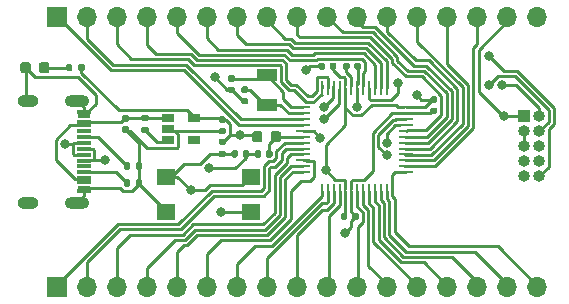
<source format=gtl>
%TF.GenerationSoftware,KiCad,Pcbnew,5.1.9+dfsg1-1*%
%TF.CreationDate,2022-01-14T18:57:29-05:00*%
%TF.ProjectId,samd21g17d,73616d64-3231-4673-9137-642e6b696361,rev?*%
%TF.SameCoordinates,Original*%
%TF.FileFunction,Copper,L1,Top*%
%TF.FilePolarity,Positive*%
%FSLAX46Y46*%
G04 Gerber Fmt 4.6, Leading zero omitted, Abs format (unit mm)*
G04 Created by KiCad (PCBNEW 5.1.9+dfsg1-1) date 2022-01-14 18:57:29*
%MOMM*%
%LPD*%
G01*
G04 APERTURE LIST*
%TA.AperFunction,SMDPad,CuDef*%
%ADD10R,1.800000X1.000000*%
%TD*%
%TA.AperFunction,SMDPad,CuDef*%
%ADD11R,1.060000X0.650000*%
%TD*%
%TA.AperFunction,SMDPad,CuDef*%
%ADD12R,0.250000X1.300000*%
%TD*%
%TA.AperFunction,SMDPad,CuDef*%
%ADD13R,1.300000X0.250000*%
%TD*%
%TA.AperFunction,SMDPad,CuDef*%
%ADD14R,1.600000X1.400000*%
%TD*%
%TA.AperFunction,ComponentPad*%
%ADD15O,1.000000X1.000000*%
%TD*%
%TA.AperFunction,ComponentPad*%
%ADD16R,1.000000X1.000000*%
%TD*%
%TA.AperFunction,ComponentPad*%
%ADD17O,1.700000X1.700000*%
%TD*%
%TA.AperFunction,ComponentPad*%
%ADD18R,1.700000X1.700000*%
%TD*%
%TA.AperFunction,SMDPad,CuDef*%
%ADD19R,1.150000X0.300000*%
%TD*%
%TA.AperFunction,SMDPad,CuDef*%
%ADD20R,1.086500X0.300000*%
%TD*%
%TA.AperFunction,ComponentPad*%
%ADD21O,1.800000X1.000000*%
%TD*%
%TA.AperFunction,ComponentPad*%
%ADD22O,2.100000X1.000000*%
%TD*%
%TA.AperFunction,ViaPad*%
%ADD23C,0.800000*%
%TD*%
%TA.AperFunction,Conductor*%
%ADD24C,0.250000*%
%TD*%
G04 APERTURE END LIST*
D10*
%TO.P,Y1,2*%
%TO.N,XOUT32*%
X101536500Y-81133000D03*
%TO.P,Y1,1*%
%TO.N,XIN32*%
X101536500Y-78633000D03*
%TD*%
D11*
%TO.P,U2,5*%
%TO.N,+3V3*%
X95397500Y-82235000D03*
%TO.P,U2,4*%
%TO.N,Net-(U2-Pad4)*%
X95397500Y-84135000D03*
%TO.P,U2,3*%
%TO.N,Net-(R4-Pad1)*%
X93197500Y-84135000D03*
%TO.P,U2,2*%
%TO.N,GND*%
X93197500Y-83185000D03*
%TO.P,U2,1*%
%TO.N,VDD*%
X93197500Y-82235000D03*
%TD*%
D12*
%TO.P,U1,48*%
%TO.N,PB03*%
X106216000Y-79724000D03*
%TO.P,U1,47*%
%TO.N,PB02*%
X106716000Y-79724000D03*
%TO.P,U1,46*%
%TO.N,SWDIO*%
X107216000Y-79724000D03*
%TO.P,U1,45*%
%TO.N,SWCLK*%
X107716000Y-79724000D03*
%TO.P,U1,44*%
%TO.N,+3V3*%
X108216000Y-79724000D03*
%TO.P,U1,43*%
%TO.N,Net-(C7-Pad1)*%
X108716000Y-79724000D03*
%TO.P,U1,42*%
%TO.N,GND*%
X109216000Y-79724000D03*
%TO.P,U1,41*%
%TO.N,PA28*%
X109716000Y-79724000D03*
%TO.P,U1,40*%
%TO.N,RESET*%
X110216000Y-79724000D03*
%TO.P,U1,39*%
%TO.N,PA27*%
X110716000Y-79724000D03*
%TO.P,U1,38*%
%TO.N,PB23*%
X111216000Y-79724000D03*
%TO.P,U1,37*%
%TO.N,PB22*%
X111716000Y-79724000D03*
D13*
%TO.P,U1,36*%
%TO.N,+3V3*%
X113316000Y-81324000D03*
%TO.P,U1,35*%
%TO.N,GND*%
X113316000Y-81824000D03*
%TO.P,U1,34*%
%TO.N,D+*%
X113316000Y-82324000D03*
%TO.P,U1,33*%
%TO.N,D-*%
X113316000Y-82824000D03*
%TO.P,U1,32*%
%TO.N,PA23*%
X113316000Y-83324000D03*
%TO.P,U1,31*%
%TO.N,PA22*%
X113316000Y-83824000D03*
%TO.P,U1,30*%
%TO.N,PA21*%
X113316000Y-84324000D03*
%TO.P,U1,29*%
%TO.N,PA20*%
X113316000Y-84824000D03*
%TO.P,U1,28*%
%TO.N,PA19*%
X113316000Y-85324000D03*
%TO.P,U1,27*%
%TO.N,PA18*%
X113316000Y-85824000D03*
%TO.P,U1,26*%
%TO.N,PA17*%
X113316000Y-86324000D03*
%TO.P,U1,25*%
%TO.N,PA16*%
X113316000Y-86824000D03*
D12*
%TO.P,U1,24*%
%TO.N,PA15*%
X111716000Y-88424000D03*
%TO.P,U1,23*%
%TO.N,PA14*%
X111216000Y-88424000D03*
%TO.P,U1,22*%
%TO.N,PA13*%
X110716000Y-88424000D03*
%TO.P,U1,21*%
%TO.N,PA12*%
X110216000Y-88424000D03*
%TO.P,U1,20*%
%TO.N,PB11*%
X109716000Y-88424000D03*
%TO.P,U1,19*%
%TO.N,PB10*%
X109216000Y-88424000D03*
%TO.P,U1,18*%
%TO.N,GND*%
X108716000Y-88424000D03*
%TO.P,U1,17*%
%TO.N,+3V3*%
X108216000Y-88424000D03*
%TO.P,U1,16*%
%TO.N,PA11*%
X107716000Y-88424000D03*
%TO.P,U1,15*%
%TO.N,PA10*%
X107216000Y-88424000D03*
%TO.P,U1,14*%
%TO.N,PA09*%
X106716000Y-88424000D03*
%TO.P,U1,13*%
%TO.N,PA08*%
X106216000Y-88424000D03*
D13*
%TO.P,U1,12*%
%TO.N,PA07*%
X104616000Y-86824000D03*
%TO.P,U1,11*%
%TO.N,PA06*%
X104616000Y-86324000D03*
%TO.P,U1,10*%
%TO.N,PA05*%
X104616000Y-85824000D03*
%TO.P,U1,9*%
%TO.N,PA04*%
X104616000Y-85324000D03*
%TO.P,U1,8*%
%TO.N,PB09*%
X104616000Y-84824000D03*
%TO.P,U1,7*%
%TO.N,PB08*%
X104616000Y-84324000D03*
%TO.P,U1,6*%
%TO.N,VDDA*%
X104616000Y-83824000D03*
%TO.P,U1,5*%
%TO.N,GND*%
X104616000Y-83324000D03*
%TO.P,U1,4*%
%TO.N,PA03*%
X104616000Y-82824000D03*
%TO.P,U1,3*%
%TO.N,PA02*%
X104616000Y-82324000D03*
%TO.P,U1,2*%
%TO.N,XOUT32*%
X104616000Y-81824000D03*
%TO.P,U1,1*%
%TO.N,XIN32*%
X104616000Y-81324000D03*
%TD*%
D14*
%TO.P,RESET,2*%
%TO.N,GND*%
X100207000Y-90195500D03*
X93007000Y-90195500D03*
%TO.P,RESET,1*%
%TO.N,RESET*%
X100207000Y-87195500D03*
X93007000Y-87195500D03*
%TD*%
%TO.P,R5,2*%
%TO.N,RESET*%
%TA.AperFunction,SMDPad,CuDef*%
G36*
G01*
X97605000Y-85012500D02*
X97975000Y-85012500D01*
G75*
G02*
X98110000Y-85147500I0J-135000D01*
G01*
X98110000Y-85417500D01*
G75*
G02*
X97975000Y-85552500I-135000J0D01*
G01*
X97605000Y-85552500D01*
G75*
G02*
X97470000Y-85417500I0J135000D01*
G01*
X97470000Y-85147500D01*
G75*
G02*
X97605000Y-85012500I135000J0D01*
G01*
G37*
%TD.AperFunction*%
%TO.P,R5,1*%
%TO.N,+3V3*%
%TA.AperFunction,SMDPad,CuDef*%
G36*
G01*
X97605000Y-83992500D02*
X97975000Y-83992500D01*
G75*
G02*
X98110000Y-84127500I0J-135000D01*
G01*
X98110000Y-84397500D01*
G75*
G02*
X97975000Y-84532500I-135000J0D01*
G01*
X97605000Y-84532500D01*
G75*
G02*
X97470000Y-84397500I0J135000D01*
G01*
X97470000Y-84127500D01*
G75*
G02*
X97605000Y-83992500I135000J0D01*
G01*
G37*
%TD.AperFunction*%
%TD*%
%TO.P,R4,2*%
%TO.N,VDD*%
%TA.AperFunction,SMDPad,CuDef*%
G36*
G01*
X91434500Y-82500500D02*
X91064500Y-82500500D01*
G75*
G02*
X90929500Y-82365500I0J135000D01*
G01*
X90929500Y-82095500D01*
G75*
G02*
X91064500Y-81960500I135000J0D01*
G01*
X91434500Y-81960500D01*
G75*
G02*
X91569500Y-82095500I0J-135000D01*
G01*
X91569500Y-82365500D01*
G75*
G02*
X91434500Y-82500500I-135000J0D01*
G01*
G37*
%TD.AperFunction*%
%TO.P,R4,1*%
%TO.N,Net-(R4-Pad1)*%
%TA.AperFunction,SMDPad,CuDef*%
G36*
G01*
X91434500Y-83520500D02*
X91064500Y-83520500D01*
G75*
G02*
X90929500Y-83385500I0J135000D01*
G01*
X90929500Y-83115500D01*
G75*
G02*
X91064500Y-82980500I135000J0D01*
G01*
X91434500Y-82980500D01*
G75*
G02*
X91569500Y-83115500I0J-135000D01*
G01*
X91569500Y-83385500D01*
G75*
G02*
X91434500Y-83520500I-135000J0D01*
G01*
G37*
%TD.AperFunction*%
%TD*%
%TO.P,R3,2*%
%TO.N,Net-(D1-Pad2)*%
%TA.AperFunction,SMDPad,CuDef*%
G36*
G01*
X85104000Y-77793000D02*
X85104000Y-78163000D01*
G75*
G02*
X84969000Y-78298000I-135000J0D01*
G01*
X84699000Y-78298000D01*
G75*
G02*
X84564000Y-78163000I0J135000D01*
G01*
X84564000Y-77793000D01*
G75*
G02*
X84699000Y-77658000I135000J0D01*
G01*
X84969000Y-77658000D01*
G75*
G02*
X85104000Y-77793000I0J-135000D01*
G01*
G37*
%TD.AperFunction*%
%TO.P,R3,1*%
%TO.N,+3V3*%
%TA.AperFunction,SMDPad,CuDef*%
G36*
G01*
X86124000Y-77793000D02*
X86124000Y-78163000D01*
G75*
G02*
X85989000Y-78298000I-135000J0D01*
G01*
X85719000Y-78298000D01*
G75*
G02*
X85584000Y-78163000I0J135000D01*
G01*
X85584000Y-77793000D01*
G75*
G02*
X85719000Y-77658000I135000J0D01*
G01*
X85989000Y-77658000D01*
G75*
G02*
X86124000Y-77793000I0J-135000D01*
G01*
G37*
%TD.AperFunction*%
%TD*%
%TO.P,R2,2*%
%TO.N,GND*%
%TA.AperFunction,SMDPad,CuDef*%
G36*
G01*
X90475500Y-86481500D02*
X90475500Y-86111500D01*
G75*
G02*
X90610500Y-85976500I135000J0D01*
G01*
X90880500Y-85976500D01*
G75*
G02*
X91015500Y-86111500I0J-135000D01*
G01*
X91015500Y-86481500D01*
G75*
G02*
X90880500Y-86616500I-135000J0D01*
G01*
X90610500Y-86616500D01*
G75*
G02*
X90475500Y-86481500I0J135000D01*
G01*
G37*
%TD.AperFunction*%
%TO.P,R2,1*%
%TO.N,Net-(J1-PadA5)*%
%TA.AperFunction,SMDPad,CuDef*%
G36*
G01*
X89455500Y-86481500D02*
X89455500Y-86111500D01*
G75*
G02*
X89590500Y-85976500I135000J0D01*
G01*
X89860500Y-85976500D01*
G75*
G02*
X89995500Y-86111500I0J-135000D01*
G01*
X89995500Y-86481500D01*
G75*
G02*
X89860500Y-86616500I-135000J0D01*
G01*
X89590500Y-86616500D01*
G75*
G02*
X89455500Y-86481500I0J135000D01*
G01*
G37*
%TD.AperFunction*%
%TD*%
%TO.P,R1,2*%
%TO.N,GND*%
%TA.AperFunction,SMDPad,CuDef*%
G36*
G01*
X90473500Y-87942000D02*
X90473500Y-87572000D01*
G75*
G02*
X90608500Y-87437000I135000J0D01*
G01*
X90878500Y-87437000D01*
G75*
G02*
X91013500Y-87572000I0J-135000D01*
G01*
X91013500Y-87942000D01*
G75*
G02*
X90878500Y-88077000I-135000J0D01*
G01*
X90608500Y-88077000D01*
G75*
G02*
X90473500Y-87942000I0J135000D01*
G01*
G37*
%TD.AperFunction*%
%TO.P,R1,1*%
%TO.N,Net-(J1-PadB5)*%
%TA.AperFunction,SMDPad,CuDef*%
G36*
G01*
X89453500Y-87942000D02*
X89453500Y-87572000D01*
G75*
G02*
X89588500Y-87437000I135000J0D01*
G01*
X89858500Y-87437000D01*
G75*
G02*
X89993500Y-87572000I0J-135000D01*
G01*
X89993500Y-87942000D01*
G75*
G02*
X89858500Y-88077000I-135000J0D01*
G01*
X89588500Y-88077000D01*
G75*
G02*
X89453500Y-87942000I0J135000D01*
G01*
G37*
%TD.AperFunction*%
%TD*%
%TO.P,L1,2*%
%TO.N,VDDA*%
%TA.AperFunction,SMDPad,CuDef*%
G36*
G01*
X101886500Y-84076250D02*
X101886500Y-83563750D01*
G75*
G02*
X102105250Y-83345000I218750J0D01*
G01*
X102542750Y-83345000D01*
G75*
G02*
X102761500Y-83563750I0J-218750D01*
G01*
X102761500Y-84076250D01*
G75*
G02*
X102542750Y-84295000I-218750J0D01*
G01*
X102105250Y-84295000D01*
G75*
G02*
X101886500Y-84076250I0J218750D01*
G01*
G37*
%TD.AperFunction*%
%TO.P,L1,1*%
%TO.N,+3V3*%
%TA.AperFunction,SMDPad,CuDef*%
G36*
G01*
X100311500Y-84076250D02*
X100311500Y-83563750D01*
G75*
G02*
X100530250Y-83345000I218750J0D01*
G01*
X100967750Y-83345000D01*
G75*
G02*
X101186500Y-83563750I0J-218750D01*
G01*
X101186500Y-84076250D01*
G75*
G02*
X100967750Y-84295000I-218750J0D01*
G01*
X100530250Y-84295000D01*
G75*
G02*
X100311500Y-84076250I0J218750D01*
G01*
G37*
%TD.AperFunction*%
%TD*%
D15*
%TO.P,DEBUG,10*%
%TO.N,RESET*%
X124587000Y-87185500D03*
%TO.P,DEBUG,9*%
%TO.N,Net-(J4-Pad9)*%
X123317000Y-87185500D03*
%TO.P,DEBUG,8*%
%TO.N,Net-(J4-Pad8)*%
X124587000Y-85915500D03*
%TO.P,DEBUG,7*%
%TO.N,Net-(J4-Pad7)*%
X123317000Y-85915500D03*
%TO.P,DEBUG,6*%
%TO.N,Net-(J4-Pad6)*%
X124587000Y-84645500D03*
%TO.P,DEBUG,5*%
%TO.N,GND*%
X123317000Y-84645500D03*
%TO.P,DEBUG,4*%
%TO.N,SWCLK*%
X124587000Y-83375500D03*
%TO.P,DEBUG,3*%
%TO.N,GND*%
X123317000Y-83375500D03*
%TO.P,DEBUG,2*%
%TO.N,SWDIO*%
X124587000Y-82105500D03*
D16*
%TO.P,DEBUG,1*%
%TO.N,+3V3*%
X123317000Y-82105500D03*
%TD*%
D17*
%TO.P,J3,17*%
%TO.N,GND*%
X124460000Y-73660000D03*
%TO.P,J3,16*%
%TO.N,+3V3*%
X121920000Y-73660000D03*
%TO.P,J3,15*%
%TO.N,PA17*%
X119380000Y-73660000D03*
%TO.P,J3,14*%
%TO.N,PA18*%
X116840000Y-73660000D03*
%TO.P,J3,13*%
%TO.N,PA19*%
X114300000Y-73660000D03*
%TO.P,J3,12*%
%TO.N,PA20*%
X111760000Y-73660000D03*
%TO.P,J3,11*%
%TO.N,PA21*%
X109220000Y-73660000D03*
%TO.P,J3,10*%
%TO.N,PA22*%
X106680000Y-73660000D03*
%TO.P,J3,9*%
%TO.N,PA23*%
X104140000Y-73660000D03*
%TO.P,J3,8*%
%TO.N,PB22*%
X101600000Y-73660000D03*
%TO.P,J3,7*%
%TO.N,PB23*%
X99060000Y-73660000D03*
%TO.P,J3,6*%
%TO.N,PA27*%
X96520000Y-73660000D03*
%TO.P,J3,5*%
%TO.N,PA28*%
X93980000Y-73660000D03*
%TO.P,J3,4*%
%TO.N,PB02*%
X91440000Y-73660000D03*
%TO.P,J3,3*%
%TO.N,PB03*%
X88900000Y-73660000D03*
%TO.P,J3,2*%
%TO.N,PA02*%
X86360000Y-73660000D03*
D18*
%TO.P,J3,1*%
%TO.N,PA03*%
X83820000Y-73660000D03*
%TD*%
D17*
%TO.P,J2,17*%
%TO.N,PA16*%
X124460000Y-96520000D03*
%TO.P,J2,16*%
%TO.N,PA15*%
X121920000Y-96520000D03*
%TO.P,J2,15*%
%TO.N,PA14*%
X119380000Y-96520000D03*
%TO.P,J2,14*%
%TO.N,PA13*%
X116840000Y-96520000D03*
%TO.P,J2,13*%
%TO.N,PA12*%
X114300000Y-96520000D03*
%TO.P,J2,12*%
%TO.N,PB11*%
X111760000Y-96520000D03*
%TO.P,J2,11*%
%TO.N,PB10*%
X109220000Y-96520000D03*
%TO.P,J2,10*%
%TO.N,PA11*%
X106680000Y-96520000D03*
%TO.P,J2,9*%
%TO.N,PA10*%
X104140000Y-96520000D03*
%TO.P,J2,8*%
%TO.N,PA09*%
X101600000Y-96520000D03*
%TO.P,J2,7*%
%TO.N,PA08*%
X99060000Y-96520000D03*
%TO.P,J2,6*%
%TO.N,PA05*%
X96520000Y-96520000D03*
%TO.P,J2,5*%
%TO.N,PA07*%
X93980000Y-96520000D03*
%TO.P,J2,4*%
%TO.N,PA06*%
X91440000Y-96520000D03*
%TO.P,J2,3*%
%TO.N,PA04*%
X88900000Y-96520000D03*
%TO.P,J2,2*%
%TO.N,PB09*%
X86360000Y-96520000D03*
D18*
%TO.P,J2,1*%
%TO.N,PB08*%
X83820000Y-96520000D03*
%TD*%
D19*
%TO.P,J1,B1*%
%TO.N,GND*%
X86058000Y-88440000D03*
%TO.P,J1,B4*%
%TO.N,VDD*%
X86058000Y-87640000D03*
D20*
%TO.P,J1,B12*%
%TO.N,GND*%
X86089750Y-82040000D03*
D19*
%TO.P,J1,B9*%
%TO.N,VDD*%
X86058000Y-82840000D03*
D21*
%TO.P,J1,S1*%
%TO.N,GND*%
X81303000Y-89410000D03*
X81303000Y-80770000D03*
D22*
X85483000Y-80770000D03*
X85483000Y-89410000D03*
D19*
%TO.P,J1,B5*%
%TO.N,Net-(J1-PadB5)*%
X86058000Y-86840000D03*
%TO.P,J1,A8*%
%TO.N,Net-(J1-PadA8)*%
X86058000Y-86340000D03*
%TO.P,J1,B6*%
%TO.N,D+*%
X86058000Y-85840000D03*
%TO.P,J1,A7*%
%TO.N,D-*%
X86058000Y-85340000D03*
%TO.P,J1,A6*%
%TO.N,D+*%
X86058000Y-84840000D03*
%TO.P,J1,B7*%
%TO.N,D-*%
X86058000Y-84340000D03*
%TO.P,J1,A5*%
%TO.N,Net-(J1-PadA5)*%
X86058000Y-83840000D03*
%TO.P,J1,B8*%
%TO.N,Net-(J1-PadB8)*%
X86058000Y-83340000D03*
D20*
%TO.P,J1,A12*%
%TO.N,GND*%
X86089750Y-88140000D03*
D19*
%TO.P,J1,A9*%
%TO.N,VDD*%
X86058000Y-87340000D03*
%TO.P,J1,A4*%
X86058000Y-82540000D03*
%TO.P,J1,A1*%
%TO.N,GND*%
X86058000Y-81740000D03*
%TD*%
%TO.P,D1,2*%
%TO.N,Net-(D1-Pad2)*%
%TA.AperFunction,SMDPad,CuDef*%
G36*
G01*
X82265000Y-78234250D02*
X82265000Y-77721750D01*
G75*
G02*
X82483750Y-77503000I218750J0D01*
G01*
X82921250Y-77503000D01*
G75*
G02*
X83140000Y-77721750I0J-218750D01*
G01*
X83140000Y-78234250D01*
G75*
G02*
X82921250Y-78453000I-218750J0D01*
G01*
X82483750Y-78453000D01*
G75*
G02*
X82265000Y-78234250I0J218750D01*
G01*
G37*
%TD.AperFunction*%
%TO.P,D1,1*%
%TO.N,GND*%
%TA.AperFunction,SMDPad,CuDef*%
G36*
G01*
X80690000Y-78234250D02*
X80690000Y-77721750D01*
G75*
G02*
X80908750Y-77503000I218750J0D01*
G01*
X81346250Y-77503000D01*
G75*
G02*
X81565000Y-77721750I0J-218750D01*
G01*
X81565000Y-78234250D01*
G75*
G02*
X81346250Y-78453000I-218750J0D01*
G01*
X80908750Y-78453000D01*
G75*
G02*
X80690000Y-78234250I0J218750D01*
G01*
G37*
%TD.AperFunction*%
%TD*%
%TO.P,C10,2*%
%TO.N,GND*%
%TA.AperFunction,SMDPad,CuDef*%
G36*
G01*
X101082500Y-85110500D02*
X101082500Y-85450500D01*
G75*
G02*
X100942500Y-85590500I-140000J0D01*
G01*
X100662500Y-85590500D01*
G75*
G02*
X100522500Y-85450500I0J140000D01*
G01*
X100522500Y-85110500D01*
G75*
G02*
X100662500Y-84970500I140000J0D01*
G01*
X100942500Y-84970500D01*
G75*
G02*
X101082500Y-85110500I0J-140000D01*
G01*
G37*
%TD.AperFunction*%
%TO.P,C10,1*%
%TO.N,VDDA*%
%TA.AperFunction,SMDPad,CuDef*%
G36*
G01*
X102042500Y-85110500D02*
X102042500Y-85450500D01*
G75*
G02*
X101902500Y-85590500I-140000J0D01*
G01*
X101622500Y-85590500D01*
G75*
G02*
X101482500Y-85450500I0J140000D01*
G01*
X101482500Y-85110500D01*
G75*
G02*
X101622500Y-84970500I140000J0D01*
G01*
X101902500Y-84970500D01*
G75*
G02*
X102042500Y-85110500I0J-140000D01*
G01*
G37*
%TD.AperFunction*%
%TD*%
%TO.P,C9,2*%
%TO.N,GND*%
%TA.AperFunction,SMDPad,CuDef*%
G36*
G01*
X108785000Y-90721000D02*
X108785000Y-90381000D01*
G75*
G02*
X108925000Y-90241000I140000J0D01*
G01*
X109205000Y-90241000D01*
G75*
G02*
X109345000Y-90381000I0J-140000D01*
G01*
X109345000Y-90721000D01*
G75*
G02*
X109205000Y-90861000I-140000J0D01*
G01*
X108925000Y-90861000D01*
G75*
G02*
X108785000Y-90721000I0J140000D01*
G01*
G37*
%TD.AperFunction*%
%TO.P,C9,1*%
%TO.N,+3V3*%
%TA.AperFunction,SMDPad,CuDef*%
G36*
G01*
X107825000Y-90721000D02*
X107825000Y-90381000D01*
G75*
G02*
X107965000Y-90241000I140000J0D01*
G01*
X108245000Y-90241000D01*
G75*
G02*
X108385000Y-90381000I0J-140000D01*
G01*
X108385000Y-90721000D01*
G75*
G02*
X108245000Y-90861000I-140000J0D01*
G01*
X107965000Y-90861000D01*
G75*
G02*
X107825000Y-90721000I0J140000D01*
G01*
G37*
%TD.AperFunction*%
%TD*%
%TO.P,C8,2*%
%TO.N,GND*%
%TA.AperFunction,SMDPad,CuDef*%
G36*
G01*
X115527000Y-81353000D02*
X115867000Y-81353000D01*
G75*
G02*
X116007000Y-81493000I0J-140000D01*
G01*
X116007000Y-81773000D01*
G75*
G02*
X115867000Y-81913000I-140000J0D01*
G01*
X115527000Y-81913000D01*
G75*
G02*
X115387000Y-81773000I0J140000D01*
G01*
X115387000Y-81493000D01*
G75*
G02*
X115527000Y-81353000I140000J0D01*
G01*
G37*
%TD.AperFunction*%
%TO.P,C8,1*%
%TO.N,+3V3*%
%TA.AperFunction,SMDPad,CuDef*%
G36*
G01*
X115527000Y-80393000D02*
X115867000Y-80393000D01*
G75*
G02*
X116007000Y-80533000I0J-140000D01*
G01*
X116007000Y-80813000D01*
G75*
G02*
X115867000Y-80953000I-140000J0D01*
G01*
X115527000Y-80953000D01*
G75*
G02*
X115387000Y-80813000I0J140000D01*
G01*
X115387000Y-80533000D01*
G75*
G02*
X115527000Y-80393000I140000J0D01*
G01*
G37*
%TD.AperFunction*%
%TD*%
%TO.P,C7,2*%
%TO.N,GND*%
%TA.AperFunction,SMDPad,CuDef*%
G36*
G01*
X108975500Y-78021000D02*
X108975500Y-77681000D01*
G75*
G02*
X109115500Y-77541000I140000J0D01*
G01*
X109395500Y-77541000D01*
G75*
G02*
X109535500Y-77681000I0J-140000D01*
G01*
X109535500Y-78021000D01*
G75*
G02*
X109395500Y-78161000I-140000J0D01*
G01*
X109115500Y-78161000D01*
G75*
G02*
X108975500Y-78021000I0J140000D01*
G01*
G37*
%TD.AperFunction*%
%TO.P,C7,1*%
%TO.N,Net-(C7-Pad1)*%
%TA.AperFunction,SMDPad,CuDef*%
G36*
G01*
X108015500Y-78021000D02*
X108015500Y-77681000D01*
G75*
G02*
X108155500Y-77541000I140000J0D01*
G01*
X108435500Y-77541000D01*
G75*
G02*
X108575500Y-77681000I0J-140000D01*
G01*
X108575500Y-78021000D01*
G75*
G02*
X108435500Y-78161000I-140000J0D01*
G01*
X108155500Y-78161000D01*
G75*
G02*
X108015500Y-78021000I0J140000D01*
G01*
G37*
%TD.AperFunction*%
%TD*%
%TO.P,C6,2*%
%TO.N,GND*%
%TA.AperFunction,SMDPad,CuDef*%
G36*
G01*
X106480000Y-77681000D02*
X106480000Y-78021000D01*
G75*
G02*
X106340000Y-78161000I-140000J0D01*
G01*
X106060000Y-78161000D01*
G75*
G02*
X105920000Y-78021000I0J140000D01*
G01*
X105920000Y-77681000D01*
G75*
G02*
X106060000Y-77541000I140000J0D01*
G01*
X106340000Y-77541000D01*
G75*
G02*
X106480000Y-77681000I0J-140000D01*
G01*
G37*
%TD.AperFunction*%
%TO.P,C6,1*%
%TO.N,+3V3*%
%TA.AperFunction,SMDPad,CuDef*%
G36*
G01*
X107440000Y-77681000D02*
X107440000Y-78021000D01*
G75*
G02*
X107300000Y-78161000I-140000J0D01*
G01*
X107020000Y-78161000D01*
G75*
G02*
X106880000Y-78021000I0J140000D01*
G01*
X106880000Y-77681000D01*
G75*
G02*
X107020000Y-77541000I140000J0D01*
G01*
X107300000Y-77541000D01*
G75*
G02*
X107440000Y-77681000I0J-140000D01*
G01*
G37*
%TD.AperFunction*%
%TD*%
%TO.P,C5,2*%
%TO.N,GND*%
%TA.AperFunction,SMDPad,CuDef*%
G36*
G01*
X99514000Y-85450500D02*
X99514000Y-85110500D01*
G75*
G02*
X99654000Y-84970500I140000J0D01*
G01*
X99934000Y-84970500D01*
G75*
G02*
X100074000Y-85110500I0J-140000D01*
G01*
X100074000Y-85450500D01*
G75*
G02*
X99934000Y-85590500I-140000J0D01*
G01*
X99654000Y-85590500D01*
G75*
G02*
X99514000Y-85450500I0J140000D01*
G01*
G37*
%TD.AperFunction*%
%TO.P,C5,1*%
%TO.N,RESET*%
%TA.AperFunction,SMDPad,CuDef*%
G36*
G01*
X98554000Y-85450500D02*
X98554000Y-85110500D01*
G75*
G02*
X98694000Y-84970500I140000J0D01*
G01*
X98974000Y-84970500D01*
G75*
G02*
X99114000Y-85110500I0J-140000D01*
G01*
X99114000Y-85450500D01*
G75*
G02*
X98974000Y-85590500I-140000J0D01*
G01*
X98694000Y-85590500D01*
G75*
G02*
X98554000Y-85450500I0J140000D01*
G01*
G37*
%TD.AperFunction*%
%TD*%
%TO.P,C4,2*%
%TO.N,GND*%
%TA.AperFunction,SMDPad,CuDef*%
G36*
G01*
X97620000Y-83067500D02*
X97960000Y-83067500D01*
G75*
G02*
X98100000Y-83207500I0J-140000D01*
G01*
X98100000Y-83487500D01*
G75*
G02*
X97960000Y-83627500I-140000J0D01*
G01*
X97620000Y-83627500D01*
G75*
G02*
X97480000Y-83487500I0J140000D01*
G01*
X97480000Y-83207500D01*
G75*
G02*
X97620000Y-83067500I140000J0D01*
G01*
G37*
%TD.AperFunction*%
%TO.P,C4,1*%
%TO.N,+3V3*%
%TA.AperFunction,SMDPad,CuDef*%
G36*
G01*
X97620000Y-82107500D02*
X97960000Y-82107500D01*
G75*
G02*
X98100000Y-82247500I0J-140000D01*
G01*
X98100000Y-82527500D01*
G75*
G02*
X97960000Y-82667500I-140000J0D01*
G01*
X97620000Y-82667500D01*
G75*
G02*
X97480000Y-82527500I0J140000D01*
G01*
X97480000Y-82247500D01*
G75*
G02*
X97620000Y-82107500I140000J0D01*
G01*
G37*
%TD.AperFunction*%
%TD*%
%TO.P,C3,2*%
%TO.N,GND*%
%TA.AperFunction,SMDPad,CuDef*%
G36*
G01*
X89428500Y-82940500D02*
X89768500Y-82940500D01*
G75*
G02*
X89908500Y-83080500I0J-140000D01*
G01*
X89908500Y-83360500D01*
G75*
G02*
X89768500Y-83500500I-140000J0D01*
G01*
X89428500Y-83500500D01*
G75*
G02*
X89288500Y-83360500I0J140000D01*
G01*
X89288500Y-83080500D01*
G75*
G02*
X89428500Y-82940500I140000J0D01*
G01*
G37*
%TD.AperFunction*%
%TO.P,C3,1*%
%TO.N,VDD*%
%TA.AperFunction,SMDPad,CuDef*%
G36*
G01*
X89428500Y-81980500D02*
X89768500Y-81980500D01*
G75*
G02*
X89908500Y-82120500I0J-140000D01*
G01*
X89908500Y-82400500D01*
G75*
G02*
X89768500Y-82540500I-140000J0D01*
G01*
X89428500Y-82540500D01*
G75*
G02*
X89288500Y-82400500I0J140000D01*
G01*
X89288500Y-82120500D01*
G75*
G02*
X89428500Y-81980500I140000J0D01*
G01*
G37*
%TD.AperFunction*%
%TD*%
%TO.P,C2,2*%
%TO.N,GND*%
%TA.AperFunction,SMDPad,CuDef*%
G36*
G01*
X99525000Y-80527500D02*
X99865000Y-80527500D01*
G75*
G02*
X100005000Y-80667500I0J-140000D01*
G01*
X100005000Y-80947500D01*
G75*
G02*
X99865000Y-81087500I-140000J0D01*
G01*
X99525000Y-81087500D01*
G75*
G02*
X99385000Y-80947500I0J140000D01*
G01*
X99385000Y-80667500D01*
G75*
G02*
X99525000Y-80527500I140000J0D01*
G01*
G37*
%TD.AperFunction*%
%TO.P,C2,1*%
%TO.N,XOUT32*%
%TA.AperFunction,SMDPad,CuDef*%
G36*
G01*
X99525000Y-79567500D02*
X99865000Y-79567500D01*
G75*
G02*
X100005000Y-79707500I0J-140000D01*
G01*
X100005000Y-79987500D01*
G75*
G02*
X99865000Y-80127500I-140000J0D01*
G01*
X99525000Y-80127500D01*
G75*
G02*
X99385000Y-79987500I0J140000D01*
G01*
X99385000Y-79707500D01*
G75*
G02*
X99525000Y-79567500I140000J0D01*
G01*
G37*
%TD.AperFunction*%
%TD*%
%TO.P,C1,2*%
%TO.N,GND*%
%TA.AperFunction,SMDPad,CuDef*%
G36*
G01*
X98382000Y-79575000D02*
X98722000Y-79575000D01*
G75*
G02*
X98862000Y-79715000I0J-140000D01*
G01*
X98862000Y-79995000D01*
G75*
G02*
X98722000Y-80135000I-140000J0D01*
G01*
X98382000Y-80135000D01*
G75*
G02*
X98242000Y-79995000I0J140000D01*
G01*
X98242000Y-79715000D01*
G75*
G02*
X98382000Y-79575000I140000J0D01*
G01*
G37*
%TD.AperFunction*%
%TO.P,C1,1*%
%TO.N,XIN32*%
%TA.AperFunction,SMDPad,CuDef*%
G36*
G01*
X98382000Y-78615000D02*
X98722000Y-78615000D01*
G75*
G02*
X98862000Y-78755000I0J-140000D01*
G01*
X98862000Y-79035000D01*
G75*
G02*
X98722000Y-79175000I-140000J0D01*
G01*
X98382000Y-79175000D01*
G75*
G02*
X98242000Y-79035000I0J140000D01*
G01*
X98242000Y-78755000D01*
G75*
G02*
X98382000Y-78615000I140000J0D01*
G01*
G37*
%TD.AperFunction*%
%TD*%
D23*
%TO.N,GND*%
X109220000Y-81280000D03*
X104902000Y-78168500D03*
X96647000Y-86487000D03*
X108204000Y-91948000D03*
X106041011Y-83950989D03*
X97155000Y-78803500D03*
X97688500Y-90195500D03*
%TO.N,+3V3*%
X114236500Y-80264000D03*
X106553000Y-86677500D03*
X121602500Y-82105500D03*
X99250500Y-83693000D03*
%TO.N,RESET*%
X120396000Y-77025500D03*
X112649000Y-79311500D03*
X95123000Y-88328500D03*
%TO.N,D+*%
X111696500Y-85407500D03*
X87847001Y-85815001D03*
%TO.N,D-*%
X111696500Y-84328000D03*
X84429999Y-84429999D03*
%TO.N,SWCLK*%
X106426000Y-82359500D03*
X120396000Y-79438500D03*
%TO.N,SWDIO*%
X106426000Y-81280000D03*
X121475500Y-79438500D03*
%TD*%
D24*
%TO.N,GND*%
X98552000Y-79855000D02*
X98587500Y-79855000D01*
X98587500Y-79855000D02*
X99568000Y-80835500D01*
X109255500Y-77851000D02*
X109255500Y-79339500D01*
X98897500Y-86487000D02*
X96647000Y-86487000D01*
X99794000Y-85590500D02*
X98897500Y-86487000D01*
X99794000Y-85280500D02*
X99794000Y-85590500D01*
X108716000Y-88424000D02*
X108716000Y-90174000D01*
X108716000Y-90174000D02*
X109029500Y-90487500D01*
X105219500Y-77851000D02*
X104902000Y-78168500D01*
X106200000Y-77851000D02*
X105219500Y-77851000D01*
X113316000Y-81824000D02*
X115343500Y-81824000D01*
X115343500Y-81824000D02*
X115633500Y-81534000D01*
X123317000Y-84645500D02*
X123317000Y-83375500D01*
X99794000Y-85280500D02*
X100711000Y-85280500D01*
X97790000Y-83347500D02*
X93380500Y-83347500D01*
X93380500Y-83347500D02*
X93218000Y-83185000D01*
X105526001Y-83373999D02*
X106041011Y-83889009D01*
X104646499Y-83373999D02*
X105526001Y-83373999D01*
X104616000Y-83343500D02*
X104646499Y-83373999D01*
X104616000Y-83324000D02*
X104616000Y-83343500D01*
X106041011Y-83889009D02*
X106041011Y-83950989D01*
X109216000Y-81276000D02*
X109220000Y-81280000D01*
X109216000Y-79724000D02*
X109216000Y-81276000D01*
X110521489Y-83485689D02*
X110521489Y-86708989D01*
X112183178Y-81824000D02*
X110521489Y-83485689D01*
X113316000Y-81824000D02*
X112183178Y-81824000D01*
X110521489Y-86708989D02*
X110521489Y-86708989D01*
X110521489Y-86708989D02*
X109781479Y-87448999D01*
X89397956Y-88402010D02*
X90159990Y-88402010D01*
X89135946Y-88140000D02*
X89397956Y-88402010D01*
X86089750Y-88140000D02*
X89135946Y-88140000D01*
X90159990Y-88402010D02*
X90741500Y-87820500D01*
X90741500Y-87820500D02*
X92964000Y-90043000D01*
X90745500Y-86296500D02*
X90745500Y-87753000D01*
X90745500Y-86296500D02*
X90745500Y-84395500D01*
X90745500Y-84395500D02*
X89725500Y-83375500D01*
X94052501Y-83549999D02*
X93814502Y-83312000D01*
X94052501Y-84720001D02*
X94052501Y-83549999D01*
X93987501Y-84785001D02*
X94052501Y-84720001D01*
X91389001Y-84785001D02*
X93987501Y-84785001D01*
X89979500Y-83375500D02*
X91389001Y-84785001D01*
X89725500Y-83375500D02*
X89979500Y-83375500D01*
X93814502Y-83312000D02*
X93281500Y-83312000D01*
X86089750Y-82040000D02*
X86089750Y-81327250D01*
X86089750Y-81327250D02*
X85534500Y-80772000D01*
X86058000Y-88440000D02*
X86058000Y-88821000D01*
X86058000Y-88821000D02*
X85471000Y-89408000D01*
X81127500Y-77978000D02*
X81127500Y-80543500D01*
X81927510Y-78778010D02*
X85572510Y-78778010D01*
X81127500Y-77978000D02*
X81927510Y-78778010D01*
X85572510Y-78778010D02*
X87058500Y-80264000D01*
X87058500Y-80264000D02*
X87058500Y-81026000D01*
X87058500Y-81026000D02*
X86169500Y-81915000D01*
X108830999Y-87448999D02*
X108712000Y-87567998D01*
X109781479Y-87448999D02*
X108830999Y-87448999D01*
X108712000Y-87567998D02*
X108712000Y-88265000D01*
X98552000Y-79855000D02*
X98206500Y-79855000D01*
X98206500Y-79855000D02*
X97155000Y-78803500D01*
X97155000Y-78803500D02*
X97155000Y-78803500D01*
X108710010Y-91441990D02*
X108710010Y-90933990D01*
X108204000Y-91948000D02*
X108710010Y-91441990D01*
X108710010Y-90933990D02*
X109093000Y-90551000D01*
X100207000Y-90195500D02*
X97688500Y-90195500D01*
X97688500Y-90195500D02*
X97688500Y-90195500D01*
X86058000Y-88440000D02*
X86058000Y-88186000D01*
%TO.N,XIN32*%
X101536500Y-78633000D02*
X102947705Y-80044205D01*
X102947705Y-80659205D02*
X103632000Y-81343500D01*
X102947705Y-80044205D02*
X102947705Y-80659205D01*
X103632000Y-81343500D02*
X104648000Y-81343500D01*
X98552000Y-78895000D02*
X101564500Y-78895000D01*
%TO.N,XOUT32*%
X102686500Y-81133000D02*
X103405000Y-81851500D01*
X101536500Y-81133000D02*
X102686500Y-81133000D01*
X103405000Y-81851500D02*
X104648000Y-81851500D01*
X99695000Y-79847500D02*
X100104000Y-79847500D01*
X100104000Y-79847500D02*
X101473000Y-81216500D01*
%TO.N,VDD*%
X86058000Y-82540000D02*
X89227500Y-82540000D01*
X89227500Y-82540000D02*
X89535000Y-82232500D01*
X89535000Y-82232500D02*
X93154500Y-82232500D01*
X83704998Y-84081998D02*
X83704998Y-85797000D01*
X84921997Y-82864999D02*
X83704998Y-84081998D01*
X85410001Y-82864999D02*
X84921997Y-82864999D01*
X83704998Y-85797000D02*
X85283998Y-87376000D01*
X85435000Y-82840000D02*
X85410001Y-82864999D01*
X86058000Y-82840000D02*
X85435000Y-82840000D01*
X85283998Y-87376000D02*
X85979000Y-87376000D01*
X86058000Y-87640000D02*
X86058000Y-87455000D01*
X86058000Y-82540000D02*
X86058000Y-82864999D01*
%TO.N,+3V3*%
X95397500Y-82235000D02*
X97665500Y-82235000D01*
X97665500Y-82235000D02*
X97790000Y-82359500D01*
X98425010Y-82712510D02*
X98425010Y-83692990D01*
X98100000Y-82387500D02*
X98425010Y-82712510D01*
X97790000Y-82387500D02*
X98100000Y-82387500D01*
X98425010Y-83692990D02*
X97853500Y-84264500D01*
X97853500Y-84264500D02*
X98425000Y-83693000D01*
X98425000Y-83693000D02*
X99250500Y-83693000D01*
X108101001Y-78748999D02*
X108204000Y-78851998D01*
X107747999Y-78748999D02*
X108101001Y-78748999D01*
X107160000Y-78161000D02*
X107747999Y-78748999D01*
X107160000Y-77851000D02*
X107160000Y-78161000D01*
X108204000Y-78851998D02*
X108204000Y-79438500D01*
X108216000Y-88424000D02*
X108216000Y-90348500D01*
X108216000Y-90348500D02*
X108077000Y-90487500D01*
X113455000Y-81324000D02*
X113474500Y-81343500D01*
X113316000Y-81324000D02*
X113455000Y-81324000D01*
X113474500Y-81343500D02*
X114935000Y-81343500D01*
X114935000Y-81343500D02*
X115570000Y-80708500D01*
X123317000Y-82105500D02*
X121602500Y-82105500D01*
X119507000Y-76517500D02*
X119482074Y-76492573D01*
X119507000Y-80034926D02*
X119507000Y-76517500D01*
X121577574Y-82105500D02*
X119507000Y-80034926D01*
X119482074Y-76480336D02*
X121920000Y-74042410D01*
X119482074Y-76492573D02*
X119482074Y-76480336D01*
X121920000Y-74042410D02*
X121920000Y-73723500D01*
X109568001Y-82005001D02*
X110423991Y-81149011D01*
X108871999Y-82005001D02*
X109568001Y-82005001D01*
X108216000Y-81349002D02*
X108871999Y-82005001D01*
X108216000Y-79724000D02*
X108216000Y-81349002D01*
X112454511Y-81149011D02*
X112649000Y-81343500D01*
X110423991Y-81149011D02*
X112454511Y-81149011D01*
X112649000Y-81343500D02*
X113157000Y-81343500D01*
X106517500Y-86642000D02*
X106553000Y-86677500D01*
X121602500Y-82105500D02*
X121577574Y-82105500D01*
X85854000Y-77978000D02*
X85854000Y-78423090D01*
X89015909Y-81584999D02*
X94792999Y-81584999D01*
X85854000Y-78423090D02*
X89015909Y-81584999D01*
X94792999Y-81584999D02*
X95377000Y-82169000D01*
X99250500Y-83693000D02*
X100584000Y-83693000D01*
X108101001Y-87448999D02*
X108166001Y-87513999D01*
X107324499Y-87448999D02*
X108101001Y-87448999D01*
X106553000Y-86677500D02*
X107324499Y-87448999D01*
X108166001Y-87513999D02*
X108166001Y-88265000D01*
X106553000Y-84512002D02*
X106553000Y-86677500D01*
X108216000Y-82849002D02*
X106553000Y-84512002D01*
X108216000Y-81349002D02*
X108216000Y-82849002D01*
X114645500Y-80673000D02*
X114236500Y-80264000D01*
X115697000Y-80673000D02*
X114645500Y-80673000D01*
%TO.N,RESET*%
X97790000Y-85282500D02*
X98740500Y-85282500D01*
X125412001Y-86360499D02*
X125412001Y-83186909D01*
X124587000Y-87185500D02*
X125412001Y-86360499D01*
X125862011Y-82736899D02*
X125862011Y-81400585D01*
X125412001Y-83186909D02*
X125862011Y-82736899D01*
X125862011Y-81400585D02*
X122724915Y-78263489D01*
X121633989Y-78263489D02*
X120396000Y-77025500D01*
X122724915Y-78263489D02*
X121633989Y-78263489D01*
X93007000Y-87195500D02*
X93060500Y-87249000D01*
X93007000Y-87195500D02*
X93990000Y-87195500D01*
X96322592Y-88328500D02*
X96709102Y-87941990D01*
X95123000Y-88328500D02*
X95123000Y-88328500D01*
X93990000Y-87195500D02*
X95123000Y-88328500D01*
X96709102Y-87941990D02*
X99446510Y-87941990D01*
X99446510Y-87941990D02*
X100266500Y-87122000D01*
X96778498Y-85282500D02*
X95921999Y-86138999D01*
X97790000Y-85282500D02*
X96778498Y-85282500D01*
X95921999Y-86138999D02*
X94582001Y-86138999D01*
X94582001Y-86138999D02*
X93535500Y-87185500D01*
X95123000Y-88328500D02*
X96322592Y-88328500D01*
X112649000Y-80151002D02*
X112649000Y-79311500D01*
X110330999Y-80699001D02*
X112101001Y-80699001D01*
X110216000Y-80584002D02*
X110330999Y-80699001D01*
X112101001Y-80699001D02*
X112649000Y-80151002D01*
X110216000Y-79724000D02*
X110216000Y-80584002D01*
%TO.N,Net-(C7-Pad1)*%
X108295500Y-78307088D02*
X108712000Y-78723588D01*
X108295500Y-77851000D02*
X108295500Y-78307088D01*
X108712000Y-78723588D02*
X108712000Y-79565500D01*
%TO.N,VDDA*%
X101762500Y-85280500D02*
X101762500Y-84419500D01*
X101762500Y-84419500D02*
X102362000Y-83820000D01*
X102362000Y-83820000D02*
X104584500Y-83820000D01*
%TO.N,Net-(D1-Pad2)*%
X84834000Y-77978000D02*
X82740500Y-77978000D01*
%TO.N,Net-(J1-PadB5)*%
X86285999Y-86815001D02*
X88783501Y-86815001D01*
X86261000Y-86840000D02*
X86285999Y-86815001D01*
X86058000Y-86840000D02*
X86261000Y-86840000D01*
X88783501Y-86815001D02*
X89725500Y-87757000D01*
%TO.N,D+*%
X86958001Y-85750001D02*
X86893001Y-85815001D01*
X86958001Y-84915001D02*
X86958001Y-85750001D01*
X86883000Y-84840000D02*
X86958001Y-84915001D01*
X86058000Y-84840000D02*
X86883000Y-84840000D01*
X86893001Y-85815001D02*
X85979000Y-85815001D01*
X110971499Y-83672089D02*
X110971499Y-84682499D01*
X112226098Y-82417490D02*
X110971499Y-83672089D01*
X112400510Y-82417490D02*
X112226098Y-82417490D01*
X110971499Y-84682499D02*
X111696500Y-85407500D01*
X112494000Y-82324000D02*
X112400510Y-82417490D01*
X113316000Y-82324000D02*
X112494000Y-82324000D01*
X86893001Y-85815001D02*
X87847001Y-85815001D01*
X87847001Y-85815001D02*
X87847001Y-85815001D01*
%TO.N,D-*%
X85157999Y-85250001D02*
X85157999Y-84429999D01*
X85247998Y-85340000D02*
X85157999Y-85250001D01*
X85157999Y-84429999D02*
X85222999Y-84364999D01*
X86058000Y-85340000D02*
X85247998Y-85340000D01*
X85222999Y-84364999D02*
X85979000Y-84364999D01*
X111696500Y-83583498D02*
X112412498Y-82867500D01*
X111696500Y-84328000D02*
X111696500Y-83583498D01*
X112412498Y-82867500D02*
X112839500Y-82867500D01*
X85157999Y-84429999D02*
X84429999Y-84429999D01*
X84429999Y-84429999D02*
X84429999Y-84429999D01*
%TO.N,Net-(J1-PadA5)*%
X86058000Y-83840000D02*
X87269000Y-83840000D01*
X87269000Y-83840000D02*
X89662000Y-86233000D01*
%TO.N,PA18*%
X116840000Y-73660000D02*
X116840000Y-77666331D01*
X118582055Y-82897621D02*
X115685666Y-85794010D01*
X118582056Y-79408388D02*
X118582055Y-82897621D01*
X116840000Y-77666331D02*
X118582056Y-79408388D01*
X115685666Y-85794010D02*
X113220500Y-85794010D01*
%TO.N,PA17*%
X119380000Y-73660000D02*
X119380000Y-75946000D01*
X119032064Y-83084022D02*
X115819586Y-86296500D01*
X119032065Y-76293935D02*
X119032064Y-83084022D01*
X119380000Y-75946000D02*
X119032065Y-76293935D01*
X115819586Y-86296500D02*
X113157000Y-86296500D01*
%TO.N,PA16*%
X112416000Y-86824000D02*
X112166001Y-87073999D01*
X113316000Y-86824000D02*
X112416000Y-86824000D01*
X112166001Y-88865915D02*
X112370070Y-89069984D01*
X112166001Y-87073999D02*
X112166001Y-88865915D01*
X112370070Y-89069984D02*
X112370070Y-91921660D01*
X113553925Y-93105515D02*
X121109015Y-93105515D01*
X112370070Y-91921660D02*
X113553925Y-93105515D01*
X121109015Y-93105515D02*
X124460000Y-96456500D01*
%TO.N,PA15*%
X111716000Y-89052324D02*
X111920060Y-89256384D01*
X111716000Y-88424000D02*
X111716000Y-89052324D01*
X113367525Y-93555525D02*
X119146025Y-93555525D01*
X111920060Y-92108060D02*
X113367525Y-93555525D01*
X111920060Y-89256384D02*
X111920060Y-92108060D01*
X119146025Y-93555525D02*
X122110500Y-96520000D01*
%TO.N,PA14*%
X111470050Y-89442784D02*
X111470050Y-92353730D01*
X111216000Y-89188734D02*
X111470050Y-89442784D01*
X111216000Y-88424000D02*
X111216000Y-89188734D01*
X113121855Y-94005535D02*
X117246535Y-94005535D01*
X111470050Y-92353730D02*
X113121855Y-94005535D01*
X117246535Y-94005535D02*
X119380000Y-96139000D01*
%TO.N,PA13*%
X111020040Y-89629184D02*
X111020040Y-92540130D01*
X110716000Y-89325144D02*
X111020040Y-89629184D01*
X110716000Y-88424000D02*
X110716000Y-89325144D01*
X111020040Y-92540130D02*
X112935455Y-94455545D01*
X112935455Y-94455545D02*
X114839045Y-94455545D01*
X114839045Y-94455545D02*
X116903500Y-96520000D01*
%TO.N,PA12*%
X110216000Y-89461554D02*
X110570030Y-89815584D01*
X110216000Y-88424000D02*
X110216000Y-89461554D01*
X110570030Y-89815584D02*
X110570030Y-92726530D01*
X110570030Y-92726530D02*
X114173000Y-96329500D01*
%TO.N,PA11*%
X107716000Y-89596820D02*
X106819810Y-90493010D01*
X107716000Y-88424000D02*
X107716000Y-89596820D01*
X106819810Y-90493010D02*
X106819810Y-96507190D01*
%TO.N,PA10*%
X106633410Y-90043000D02*
X106262962Y-90043000D01*
X107216000Y-89460410D02*
X106633410Y-90043000D01*
X107216000Y-88424000D02*
X107216000Y-89460410D01*
X106262962Y-90043000D02*
X104140000Y-92165962D01*
X104140000Y-92165962D02*
X104140000Y-96456500D01*
%TO.N,PA09*%
X106568500Y-89471500D02*
X106198052Y-89471500D01*
X106716000Y-89324000D02*
X106568500Y-89471500D01*
X106716000Y-88424000D02*
X106716000Y-89324000D01*
X106198052Y-89471500D02*
X102629026Y-93040526D01*
X102629026Y-93040526D02*
X101600000Y-94069552D01*
X101600000Y-94069552D02*
X101600000Y-96583500D01*
%TO.N,PA08*%
X106216000Y-88817142D02*
X101983602Y-93049540D01*
X106216000Y-88424000D02*
X106216000Y-88817142D01*
X101983602Y-93049540D02*
X100561960Y-93049540D01*
X100561960Y-93049540D02*
X98996500Y-94615000D01*
X98996500Y-94615000D02*
X98996500Y-96647000D01*
%TO.N,PA07*%
X104457500Y-86804500D02*
X103751766Y-86804500D01*
X104477000Y-86824000D02*
X104457500Y-86804500D01*
X104616000Y-86824000D02*
X104477000Y-86824000D01*
X103751766Y-86804500D02*
X103132039Y-87424227D01*
X103132038Y-90628284D02*
X101610802Y-92149520D01*
X103132039Y-87424227D02*
X103132038Y-90628284D01*
X101610802Y-92149520D02*
X95683622Y-92149520D01*
X94812601Y-93020541D02*
X94558459Y-93020541D01*
X95683622Y-92149520D02*
X94812601Y-93020541D01*
X94558459Y-93020541D02*
X93980000Y-93599000D01*
X93980000Y-93599000D02*
X93980000Y-96583500D01*
%TO.N,PA06*%
X104616000Y-86324000D02*
X103595856Y-86324000D01*
X102682029Y-90441883D02*
X101453401Y-91670511D01*
X102682030Y-87237826D02*
X102682029Y-90441883D01*
X103595856Y-86324000D02*
X102682030Y-87237826D01*
X101453401Y-91670511D02*
X101424402Y-91699510D01*
X95497222Y-91699510D02*
X94626201Y-92570531D01*
X101424402Y-91699510D02*
X95497222Y-91699510D01*
X94626201Y-92570531D02*
X93801969Y-92570531D01*
X93801969Y-92570531D02*
X91440000Y-94932500D01*
X91440000Y-94932500D02*
X91440000Y-96520000D01*
%TO.N,PA05*%
X105591001Y-87209001D02*
X105233502Y-87566500D01*
X105591001Y-85938999D02*
X105591001Y-87209001D01*
X105526001Y-85873999D02*
X105591001Y-85938999D01*
X104923999Y-85873999D02*
X105526001Y-85873999D01*
X104874000Y-85824000D02*
X104923999Y-85873999D01*
X104616000Y-85824000D02*
X104874000Y-85824000D01*
X104457500Y-87566500D02*
X103582048Y-88441952D01*
X105233502Y-87566500D02*
X104457500Y-87566500D01*
X103582047Y-90814685D02*
X101797202Y-92599530D01*
X103582048Y-88441952D02*
X103582047Y-90814685D01*
X101797202Y-92599530D02*
X97646470Y-92599530D01*
X97646470Y-92599530D02*
X96520000Y-93726000D01*
X96520000Y-93726000D02*
X96520000Y-96393000D01*
%TO.N,PA04*%
X104616000Y-85324000D02*
X103588500Y-85324000D01*
X103267529Y-85644971D02*
X103267528Y-86015918D01*
X103588500Y-85324000D02*
X103267529Y-85644971D01*
X103267528Y-86015918D02*
X102232020Y-87051426D01*
X101267001Y-91220501D02*
X96173501Y-91220501D01*
X102232020Y-90255482D02*
X101267001Y-91220501D01*
X102232020Y-87051426D02*
X102232020Y-90255482D01*
X95310822Y-91249500D02*
X94439801Y-92120521D01*
X96144502Y-91249500D02*
X95310822Y-91249500D01*
X96173501Y-91220501D02*
X96144502Y-91249500D01*
X94439801Y-92120521D02*
X89933979Y-92120521D01*
X89933979Y-92120521D02*
X88836500Y-93218000D01*
X88836500Y-93218000D02*
X88836500Y-96456500D01*
%TO.N,PA03*%
X104616000Y-82824000D02*
X99194126Y-82824000D01*
X94538626Y-78168500D02*
X88328500Y-78168500D01*
X88328500Y-78168500D02*
X83947000Y-73787000D01*
X99194126Y-82824000D02*
X94538626Y-78168500D01*
%TO.N,PA02*%
X99330536Y-82324000D02*
X94725026Y-77718490D01*
X104616000Y-82324000D02*
X99330536Y-82324000D01*
X94725026Y-77718490D02*
X88519000Y-77718490D01*
X88519000Y-77718490D02*
X88514900Y-77718490D01*
X88514900Y-77718490D02*
X86360000Y-75563590D01*
X86360000Y-75563590D02*
X86360000Y-73914000D01*
%TO.N,PB23*%
X103750110Y-76315970D02*
X103421602Y-75987462D01*
X109960916Y-76315970D02*
X103750110Y-76315970D01*
X111216000Y-77571054D02*
X109960916Y-76315970D01*
X111216000Y-79724000D02*
X111216000Y-77571054D01*
X103421602Y-75987462D02*
X99799962Y-75987462D01*
X99799962Y-75987462D02*
X98996500Y-75184000D01*
X98996500Y-75184000D02*
X98996500Y-73596500D01*
%TO.N,PB22*%
X111716000Y-77434644D02*
X110147316Y-75865960D01*
X111716000Y-79724000D02*
X111716000Y-77434644D01*
X103936510Y-75865960D02*
X103608002Y-75537452D01*
X110147316Y-75865960D02*
X103936510Y-75865960D01*
X103608002Y-75537452D02*
X103096452Y-75537452D01*
X103096452Y-75537452D02*
X101536500Y-73977500D01*
%TO.N,PB11*%
X109716000Y-89597964D02*
X110120020Y-90001984D01*
X109716000Y-88424000D02*
X109716000Y-89597964D01*
X110120020Y-90001984D02*
X110120020Y-94753020D01*
X110120020Y-94753020D02*
X111950500Y-96583500D01*
%TO.N,PB10*%
X109670010Y-90188384D02*
X109670010Y-91053490D01*
X109216000Y-89734374D02*
X109670010Y-90188384D01*
X109216000Y-88424000D02*
X109216000Y-89734374D01*
X109670010Y-91053490D02*
X109283500Y-91440000D01*
X109283500Y-91440000D02*
X109283500Y-96520000D01*
%TO.N,PB09*%
X104433500Y-84836000D02*
X103188404Y-84836000D01*
X104445500Y-84824000D02*
X104433500Y-84836000D01*
X104616000Y-84824000D02*
X104445500Y-84824000D01*
X102281516Y-86365520D02*
X101913390Y-86365520D01*
X102817519Y-85829517D02*
X102281516Y-86365520D01*
X102817520Y-85206884D02*
X102817519Y-85829517D01*
X103188404Y-84836000D02*
X102817520Y-85206884D01*
X101782010Y-88341902D02*
X101281902Y-88842010D01*
X101782011Y-86496899D02*
X101782010Y-88341902D01*
X101913390Y-86365520D02*
X101782011Y-86496899D01*
X97081902Y-88842010D02*
X94253401Y-91670511D01*
X101281902Y-88842010D02*
X97081902Y-88842010D01*
X94253401Y-91670511D02*
X89115399Y-91670511D01*
X89115399Y-91670511D02*
X86360000Y-94425910D01*
X86360000Y-94425910D02*
X86360000Y-96329500D01*
%TO.N,PB08*%
X103063994Y-84324000D02*
X102367510Y-85020484D01*
X104616000Y-84324000D02*
X103063994Y-84324000D01*
X102367510Y-85643116D02*
X102095116Y-85915510D01*
X102367510Y-85020484D02*
X102367510Y-85643116D01*
X101726990Y-85915510D02*
X101332001Y-86310499D01*
X102095116Y-85915510D02*
X101726990Y-85915510D01*
X101332001Y-88155501D02*
X101095502Y-88392000D01*
X101332001Y-86310499D02*
X101332001Y-88155501D01*
X96895502Y-88392000D02*
X94067001Y-91220501D01*
X101095502Y-88392000D02*
X96895502Y-88392000D01*
X94067001Y-91220501D02*
X88928999Y-91220501D01*
X88928999Y-91220501D02*
X83883500Y-96266000D01*
%TO.N,PB03*%
X106216000Y-79724000D02*
X106216000Y-79482500D01*
X102761501Y-77872999D02*
X102676002Y-77787500D01*
X102761501Y-78060001D02*
X102761501Y-77872999D01*
X95430446Y-77787500D02*
X94911426Y-77268480D01*
X102676002Y-77787500D02*
X95430446Y-77787500D01*
X94911426Y-77268480D02*
X90095480Y-77268480D01*
X90095480Y-77268480D02*
X88836500Y-76009500D01*
X88836500Y-76009500D02*
X88836500Y-73723500D01*
X102761501Y-79221591D02*
X103397715Y-79857805D01*
X102761501Y-78060001D02*
X102761501Y-79221591D01*
X103860805Y-79857805D02*
X104876999Y-80873999D01*
X103397715Y-79857805D02*
X103860805Y-79857805D01*
X104876999Y-80873999D02*
X105498501Y-80873999D01*
X105498501Y-80873999D02*
X106108500Y-80264000D01*
X106108500Y-80264000D02*
X106235500Y-80264000D01*
%TO.N,PB02*%
X95616846Y-77337490D02*
X95097826Y-76818470D01*
X102862402Y-77337490D02*
X95616846Y-77337490D01*
X95097826Y-76818470D02*
X92185470Y-76818470D01*
X92185470Y-76818470D02*
X91440000Y-76073000D01*
X91440000Y-76073000D02*
X91440000Y-73723500D01*
X105830999Y-78748999D02*
X105765999Y-78813999D01*
X106640999Y-78748999D02*
X105830999Y-78748999D01*
X106716000Y-78824000D02*
X106640999Y-78748999D01*
X106716000Y-79724000D02*
X106716000Y-78824000D01*
X105765999Y-78813999D02*
X105765999Y-79970091D01*
X105030410Y-80391000D02*
X104047205Y-79407795D01*
X105345090Y-80391000D02*
X105030410Y-80391000D01*
X105765999Y-79970091D02*
X105345090Y-80391000D01*
X103211511Y-77686599D02*
X103059456Y-77534544D01*
X103584115Y-79407795D02*
X103211511Y-79035191D01*
X104047205Y-79407795D02*
X103584115Y-79407795D01*
X103211511Y-79035191D02*
X103211511Y-77686599D01*
X103059456Y-77534544D02*
X102862402Y-77337490D01*
X103211510Y-77686598D02*
X103059456Y-77534544D01*
%TO.N,PA27*%
X110716000Y-77707464D02*
X109774516Y-76765980D01*
X110716000Y-79724000D02*
X110716000Y-77707464D01*
X105606020Y-76765980D02*
X105479010Y-76892990D01*
X109774516Y-76765980D02*
X105606020Y-76765980D01*
X103690722Y-76892990D02*
X103235202Y-76437472D01*
X105479010Y-76892990D02*
X103690722Y-76892990D01*
X103235202Y-76437472D02*
X97392472Y-76437472D01*
X97392472Y-76437472D02*
X96456500Y-75501500D01*
X96456500Y-75501500D02*
X96456500Y-73660000D01*
%TO.N,PA28*%
X93980000Y-73660000D02*
X93980000Y-75064234D01*
X93980000Y-75064234D02*
X95803246Y-76887480D01*
X103048803Y-76887481D02*
X103504322Y-77343000D01*
X95803246Y-76887480D02*
X103048803Y-76887481D01*
X109860510Y-78289990D02*
X109705510Y-78444990D01*
X109860510Y-77488384D02*
X109860510Y-78289990D01*
X109588116Y-77215990D02*
X109860510Y-77488384D01*
X105867384Y-77215990D02*
X109588116Y-77215990D01*
X105740374Y-77343000D02*
X105867384Y-77215990D01*
X103504322Y-77343000D02*
X105740374Y-77343000D01*
X109705510Y-78444990D02*
X109705510Y-79502000D01*
%TO.N,PA19*%
X114300000Y-73660000D02*
X114300000Y-75762737D01*
X118132046Y-82711220D02*
X115499266Y-85344000D01*
X118132047Y-79594787D02*
X118132046Y-82711220D01*
X114300000Y-75762737D02*
X118132047Y-79594787D01*
X115499266Y-85344000D02*
X113220500Y-85344000D01*
%TO.N,PA20*%
X111760000Y-73660000D02*
X111760000Y-74933004D01*
X117682037Y-82524819D02*
X115370856Y-84836000D01*
X117682038Y-79781186D02*
X117682037Y-82524819D01*
X115252339Y-77351484D02*
X117682038Y-79781186D01*
X114178478Y-77351482D02*
X115252339Y-77351484D01*
X111760000Y-74933004D02*
X114178478Y-77351482D01*
X115370856Y-84836000D02*
X113220500Y-84836000D01*
%TO.N,PA21*%
X115065938Y-77801492D02*
X117232029Y-79967585D01*
X113992077Y-77801491D02*
X115065938Y-77801492D01*
X117232028Y-82338418D02*
X115242446Y-84328000D01*
X110706519Y-74515933D02*
X113992077Y-77801491D01*
X109694932Y-74515932D02*
X110706519Y-74515933D01*
X117232029Y-79967585D02*
X117232028Y-82338418D01*
X109220000Y-74041000D02*
X109694932Y-74515932D01*
X109220000Y-73660000D02*
X109220000Y-74041000D01*
X115242446Y-84328000D02*
X113284000Y-84328000D01*
%TO.N,PA22*%
X110520118Y-74965942D02*
X112616019Y-77061843D01*
X107985942Y-74965942D02*
X110520118Y-74965942D01*
X106680000Y-73660000D02*
X107985942Y-74965942D01*
X116782019Y-82152017D02*
X115114036Y-83820000D01*
X116782020Y-80153984D02*
X116782019Y-82152017D01*
X114879537Y-78251501D02*
X116782020Y-80153984D01*
X113495410Y-78251500D02*
X114879537Y-78251501D01*
X112616019Y-77372109D02*
X113495410Y-78251500D01*
X112616019Y-77061843D02*
X112616019Y-77372109D01*
X115114036Y-83820000D02*
X113220500Y-83820000D01*
%TO.N,PA23*%
X104140000Y-75184000D02*
X104140000Y-73660000D01*
X104371950Y-75415950D02*
X104140000Y-75184000D01*
X112166010Y-77248244D02*
X110333717Y-75415951D01*
X112166010Y-77558510D02*
X112166010Y-77248244D01*
X113309010Y-78701510D02*
X112166010Y-77558510D01*
X114693136Y-78701510D02*
X113309010Y-78701510D01*
X115023625Y-83274001D02*
X116332010Y-81965616D01*
X110333717Y-75415951D02*
X104371950Y-75415950D01*
X113448999Y-83274001D02*
X115023625Y-83274001D01*
X116332010Y-80340384D02*
X114693136Y-78701510D01*
X113399000Y-83324000D02*
X113448999Y-83274001D01*
X116332010Y-81965616D02*
X116332010Y-80340384D01*
X113316000Y-83324000D02*
X113399000Y-83324000D01*
%TO.N,SWCLK*%
X106426000Y-82359500D02*
X107696000Y-81089500D01*
X107696000Y-81089500D02*
X107696000Y-79756000D01*
X125412001Y-81586985D02*
X122538515Y-78713499D01*
X121121001Y-78713499D02*
X120396000Y-79438500D01*
X125412001Y-82550499D02*
X125412001Y-81586985D01*
X124587000Y-83375500D02*
X125412001Y-82550499D01*
X122538515Y-78713499D02*
X121121001Y-78713499D01*
%TO.N,SWDIO*%
X106426000Y-81280000D02*
X107188000Y-80518000D01*
X107188000Y-80518000D02*
X107188000Y-79565500D01*
X124587000Y-81398394D02*
X122627106Y-79438500D01*
X122627106Y-79438500D02*
X121475500Y-79438500D01*
X124587000Y-82105500D02*
X124587000Y-81398394D01*
%TO.N,Net-(R4-Pad1)*%
X91249500Y-83250500D02*
X92263500Y-84264500D01*
X92263500Y-84264500D02*
X92964000Y-84264500D01*
%TD*%
M02*

</source>
